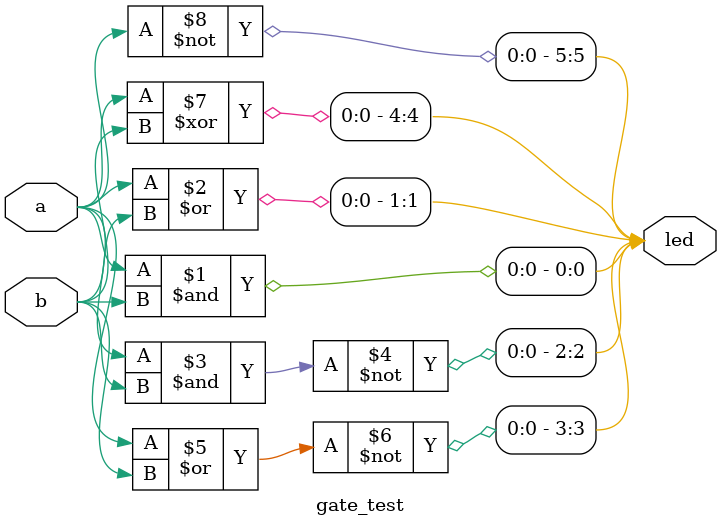
<source format=v>
`timescale 1ns / 1ps

module gate_test(
    input wire a,
    input b, // 생략하면 wire (아무런 언급 안하면 1bit)
    output [5:0]led
    
    );

    assign led[0] = a & b;
    assign led[1] = a | b;
    assign led[2] = ~(a & b); // NAND
    assign led[3] = ~(a | b);  // NOR
    assign led[4] = a ^ b;    // XOR
    assign led[5] = ~a;       // NOT
endmodule

</source>
